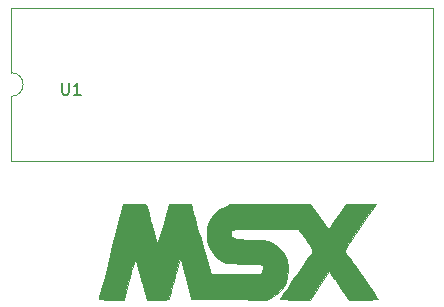
<source format=gbr>
G04 #@! TF.FileFunction,Legend,Top*
%FSLAX46Y46*%
G04 Gerber Fmt 4.6, Leading zero omitted, Abs format (unit mm)*
G04 Created by KiCad (PCBNEW 4.0.7) date 09/12/18 02:46:14*
%MOMM*%
%LPD*%
G01*
G04 APERTURE LIST*
%ADD10C,0.100000*%
%ADD11C,0.120000*%
%ADD12C,0.010000*%
%ADD13C,0.150000*%
G04 APERTURE END LIST*
D10*
D11*
X132147000Y-82312000D02*
G75*
G02X132147000Y-84312000I0J-1000000D01*
G01*
X132147000Y-84312000D02*
X132147000Y-89772000D01*
X132147000Y-89772000D02*
X167827000Y-89772000D01*
X167827000Y-89772000D02*
X167827000Y-76852000D01*
X167827000Y-76852000D02*
X132147000Y-76852000D01*
X132147000Y-76852000D02*
X132147000Y-82312000D01*
D12*
G36*
X147434026Y-93710476D02*
X147478120Y-93868870D01*
X147561849Y-94168013D01*
X147678969Y-94585656D01*
X147823233Y-95099550D01*
X147988398Y-95687445D01*
X148168218Y-96327090D01*
X148272484Y-96697800D01*
X149022736Y-99364800D01*
X151069710Y-99387478D01*
X151804341Y-99391651D01*
X152401503Y-99386593D01*
X152853134Y-99372545D01*
X153151173Y-99349749D01*
X153283275Y-99320999D01*
X153402221Y-99173999D01*
X153451702Y-98945861D01*
X153425065Y-98712699D01*
X153348267Y-98577400D01*
X153229759Y-98532788D01*
X152970926Y-98501362D01*
X152562526Y-98482456D01*
X151995316Y-98475406D01*
X151930100Y-98475327D01*
X151447753Y-98469559D01*
X151000980Y-98453995D01*
X150628453Y-98430722D01*
X150368842Y-98401825D01*
X150298172Y-98387271D01*
X149820407Y-98169103D01*
X149392907Y-97802120D01*
X149035197Y-97304027D01*
X148970066Y-97183043D01*
X148810736Y-96845682D01*
X148722656Y-96568870D01*
X148685652Y-96270624D01*
X148679326Y-96001464D01*
X148746721Y-95342556D01*
X148955524Y-94773585D01*
X149308996Y-94289602D01*
X149810398Y-93885663D01*
X150222373Y-93661243D01*
X150698200Y-93438133D01*
X154084867Y-93415827D01*
X157471534Y-93393522D01*
X158233534Y-94456096D01*
X158995534Y-95518669D01*
X159180713Y-95288016D01*
X159302990Y-95126547D01*
X159493981Y-94863782D01*
X159726264Y-94537819D01*
X159942713Y-94229433D01*
X160519534Y-93401503D01*
X161768367Y-93398651D01*
X162206392Y-93400588D01*
X162577277Y-93407827D01*
X162851510Y-93419349D01*
X162999580Y-93434134D01*
X163017200Y-93441793D01*
X162970061Y-93520104D01*
X162837016Y-93718084D01*
X162630625Y-94017641D01*
X162363447Y-94400682D01*
X162048043Y-94849115D01*
X161696971Y-95344846D01*
X161661242Y-95395120D01*
X161283038Y-95933531D01*
X160956484Y-96411185D01*
X160691578Y-96812612D01*
X160498321Y-97122340D01*
X160386711Y-97324897D01*
X160364023Y-97402294D01*
X160426503Y-97495117D01*
X160573735Y-97707604D01*
X160792704Y-98021161D01*
X161070393Y-98417198D01*
X161393784Y-98877121D01*
X161749860Y-99382339D01*
X161804648Y-99459976D01*
X162161300Y-99967077D01*
X162483805Y-100429085D01*
X162759802Y-100828013D01*
X162976931Y-101145875D01*
X163122831Y-101364684D01*
X163185143Y-101466455D01*
X163186534Y-101470809D01*
X163106847Y-101489598D01*
X162887691Y-101505455D01*
X162558922Y-101517086D01*
X162150397Y-101523193D01*
X161966299Y-101523800D01*
X160746064Y-101523799D01*
X160341737Y-100952300D01*
X160088115Y-100596731D01*
X159792541Y-100186643D01*
X159513838Y-99803602D01*
X159481543Y-99759542D01*
X159025675Y-99138285D01*
X158211893Y-100331042D01*
X157398110Y-101523800D01*
X156143655Y-101523800D01*
X155704577Y-101520915D01*
X155332573Y-101512971D01*
X155057092Y-101501032D01*
X154907580Y-101486164D01*
X154889200Y-101478426D01*
X154935808Y-101399949D01*
X155067404Y-101200984D01*
X155271642Y-100899612D01*
X155536178Y-100513909D01*
X155848670Y-100061956D01*
X156196772Y-99561831D01*
X156244956Y-99492847D01*
X156599858Y-98983069D01*
X156923370Y-98514786D01*
X157202566Y-98106995D01*
X157424521Y-97778693D01*
X157576310Y-97548877D01*
X157645008Y-97436545D01*
X157646903Y-97432268D01*
X157618897Y-97319360D01*
X157508014Y-97098293D01*
X157330497Y-96798200D01*
X157102592Y-96448210D01*
X157078060Y-96412181D01*
X156463026Y-95512466D01*
X153734827Y-95512466D01*
X152944573Y-95513071D01*
X152307218Y-95516564D01*
X151806326Y-95525462D01*
X151425464Y-95542282D01*
X151148197Y-95569542D01*
X150958090Y-95609757D01*
X150838708Y-95665445D01*
X150773618Y-95739124D01*
X150746385Y-95833310D01*
X150740573Y-95950521D01*
X150740533Y-95971058D01*
X150758867Y-96138416D01*
X150828312Y-96261634D01*
X150970533Y-96347198D01*
X151207193Y-96401594D01*
X151559959Y-96431308D01*
X152050493Y-96442825D01*
X152319618Y-96443799D01*
X152948703Y-96452183D01*
X153440931Y-96482594D01*
X153828188Y-96542921D01*
X154142361Y-96641055D01*
X154415334Y-96784884D01*
X154678993Y-96982298D01*
X154752750Y-97045836D01*
X155185958Y-97531196D01*
X155467364Y-98091348D01*
X155597337Y-98727130D01*
X155607115Y-98983800D01*
X155528352Y-99651926D01*
X155301910Y-100247873D01*
X154936775Y-100756989D01*
X154441931Y-101164625D01*
X154180124Y-101310660D01*
X153740196Y-101525897D01*
X150572180Y-101503682D01*
X147404163Y-101481466D01*
X146937975Y-99728229D01*
X146799658Y-99214492D01*
X146674820Y-98763029D01*
X146570139Y-98396999D01*
X146492294Y-98139564D01*
X146447962Y-98013883D01*
X146441240Y-98005537D01*
X146414039Y-98089228D01*
X146351211Y-98307338D01*
X146260691Y-98630653D01*
X146150413Y-99029961D01*
X146028312Y-99476046D01*
X145902323Y-99939695D01*
X145780382Y-100391693D01*
X145670422Y-100802826D01*
X145580379Y-101143880D01*
X145518187Y-101385641D01*
X145491782Y-101498894D01*
X145491392Y-101502633D01*
X145412354Y-101511156D01*
X145198244Y-101518038D01*
X144883323Y-101522498D01*
X144563867Y-101523800D01*
X143636534Y-101523800D01*
X143478572Y-100994633D01*
X143397165Y-100715048D01*
X143284803Y-100319815D01*
X143154944Y-99856695D01*
X143021043Y-99373446D01*
X142989577Y-99258966D01*
X142870642Y-98835842D01*
X142764560Y-98477717D01*
X142680199Y-98213080D01*
X142626429Y-98070421D01*
X142614372Y-98053603D01*
X142582316Y-98132345D01*
X142517780Y-98351824D01*
X142427189Y-98687974D01*
X142316968Y-99116728D01*
X142193543Y-99614019D01*
X142150960Y-99789270D01*
X141731720Y-101523800D01*
X140639068Y-101523800D01*
X140171743Y-101519942D01*
X139853833Y-101507047D01*
X139665565Y-101483131D01*
X139587169Y-101446210D01*
X139584282Y-101417966D01*
X139612062Y-101316896D01*
X139677072Y-101068034D01*
X139775122Y-100687779D01*
X139902018Y-100192529D01*
X140053568Y-99598680D01*
X140225582Y-98922632D01*
X140413866Y-98180781D01*
X140614229Y-97389526D01*
X140623223Y-97353966D01*
X141624299Y-93395800D01*
X142578377Y-93395800D01*
X142997703Y-93398713D01*
X143277370Y-93410388D01*
X143446997Y-93435228D01*
X143536201Y-93477635D01*
X143574601Y-93542011D01*
X143575174Y-93543966D01*
X143610379Y-93668899D01*
X143683158Y-93929204D01*
X143785762Y-94297097D01*
X143910444Y-94744793D01*
X144049456Y-95244510D01*
X144063083Y-95293524D01*
X144200816Y-95775642D01*
X144325682Y-96187633D01*
X144430298Y-96507158D01*
X144507287Y-96711878D01*
X144549266Y-96779453D01*
X144552586Y-96775190D01*
X144589170Y-96659847D01*
X144665041Y-96408868D01*
X144772176Y-96049207D01*
X144902551Y-95607818D01*
X145048143Y-95111654D01*
X145067107Y-95046800D01*
X145537314Y-93438133D01*
X146441567Y-93414143D01*
X147345819Y-93390152D01*
X147434026Y-93710476D01*
X147434026Y-93710476D01*
G37*
X147434026Y-93710476D02*
X147478120Y-93868870D01*
X147561849Y-94168013D01*
X147678969Y-94585656D01*
X147823233Y-95099550D01*
X147988398Y-95687445D01*
X148168218Y-96327090D01*
X148272484Y-96697800D01*
X149022736Y-99364800D01*
X151069710Y-99387478D01*
X151804341Y-99391651D01*
X152401503Y-99386593D01*
X152853134Y-99372545D01*
X153151173Y-99349749D01*
X153283275Y-99320999D01*
X153402221Y-99173999D01*
X153451702Y-98945861D01*
X153425065Y-98712699D01*
X153348267Y-98577400D01*
X153229759Y-98532788D01*
X152970926Y-98501362D01*
X152562526Y-98482456D01*
X151995316Y-98475406D01*
X151930100Y-98475327D01*
X151447753Y-98469559D01*
X151000980Y-98453995D01*
X150628453Y-98430722D01*
X150368842Y-98401825D01*
X150298172Y-98387271D01*
X149820407Y-98169103D01*
X149392907Y-97802120D01*
X149035197Y-97304027D01*
X148970066Y-97183043D01*
X148810736Y-96845682D01*
X148722656Y-96568870D01*
X148685652Y-96270624D01*
X148679326Y-96001464D01*
X148746721Y-95342556D01*
X148955524Y-94773585D01*
X149308996Y-94289602D01*
X149810398Y-93885663D01*
X150222373Y-93661243D01*
X150698200Y-93438133D01*
X154084867Y-93415827D01*
X157471534Y-93393522D01*
X158233534Y-94456096D01*
X158995534Y-95518669D01*
X159180713Y-95288016D01*
X159302990Y-95126547D01*
X159493981Y-94863782D01*
X159726264Y-94537819D01*
X159942713Y-94229433D01*
X160519534Y-93401503D01*
X161768367Y-93398651D01*
X162206392Y-93400588D01*
X162577277Y-93407827D01*
X162851510Y-93419349D01*
X162999580Y-93434134D01*
X163017200Y-93441793D01*
X162970061Y-93520104D01*
X162837016Y-93718084D01*
X162630625Y-94017641D01*
X162363447Y-94400682D01*
X162048043Y-94849115D01*
X161696971Y-95344846D01*
X161661242Y-95395120D01*
X161283038Y-95933531D01*
X160956484Y-96411185D01*
X160691578Y-96812612D01*
X160498321Y-97122340D01*
X160386711Y-97324897D01*
X160364023Y-97402294D01*
X160426503Y-97495117D01*
X160573735Y-97707604D01*
X160792704Y-98021161D01*
X161070393Y-98417198D01*
X161393784Y-98877121D01*
X161749860Y-99382339D01*
X161804648Y-99459976D01*
X162161300Y-99967077D01*
X162483805Y-100429085D01*
X162759802Y-100828013D01*
X162976931Y-101145875D01*
X163122831Y-101364684D01*
X163185143Y-101466455D01*
X163186534Y-101470809D01*
X163106847Y-101489598D01*
X162887691Y-101505455D01*
X162558922Y-101517086D01*
X162150397Y-101523193D01*
X161966299Y-101523800D01*
X160746064Y-101523799D01*
X160341737Y-100952300D01*
X160088115Y-100596731D01*
X159792541Y-100186643D01*
X159513838Y-99803602D01*
X159481543Y-99759542D01*
X159025675Y-99138285D01*
X158211893Y-100331042D01*
X157398110Y-101523800D01*
X156143655Y-101523800D01*
X155704577Y-101520915D01*
X155332573Y-101512971D01*
X155057092Y-101501032D01*
X154907580Y-101486164D01*
X154889200Y-101478426D01*
X154935808Y-101399949D01*
X155067404Y-101200984D01*
X155271642Y-100899612D01*
X155536178Y-100513909D01*
X155848670Y-100061956D01*
X156196772Y-99561831D01*
X156244956Y-99492847D01*
X156599858Y-98983069D01*
X156923370Y-98514786D01*
X157202566Y-98106995D01*
X157424521Y-97778693D01*
X157576310Y-97548877D01*
X157645008Y-97436545D01*
X157646903Y-97432268D01*
X157618897Y-97319360D01*
X157508014Y-97098293D01*
X157330497Y-96798200D01*
X157102592Y-96448210D01*
X157078060Y-96412181D01*
X156463026Y-95512466D01*
X153734827Y-95512466D01*
X152944573Y-95513071D01*
X152307218Y-95516564D01*
X151806326Y-95525462D01*
X151425464Y-95542282D01*
X151148197Y-95569542D01*
X150958090Y-95609757D01*
X150838708Y-95665445D01*
X150773618Y-95739124D01*
X150746385Y-95833310D01*
X150740573Y-95950521D01*
X150740533Y-95971058D01*
X150758867Y-96138416D01*
X150828312Y-96261634D01*
X150970533Y-96347198D01*
X151207193Y-96401594D01*
X151559959Y-96431308D01*
X152050493Y-96442825D01*
X152319618Y-96443799D01*
X152948703Y-96452183D01*
X153440931Y-96482594D01*
X153828188Y-96542921D01*
X154142361Y-96641055D01*
X154415334Y-96784884D01*
X154678993Y-96982298D01*
X154752750Y-97045836D01*
X155185958Y-97531196D01*
X155467364Y-98091348D01*
X155597337Y-98727130D01*
X155607115Y-98983800D01*
X155528352Y-99651926D01*
X155301910Y-100247873D01*
X154936775Y-100756989D01*
X154441931Y-101164625D01*
X154180124Y-101310660D01*
X153740196Y-101525897D01*
X150572180Y-101503682D01*
X147404163Y-101481466D01*
X146937975Y-99728229D01*
X146799658Y-99214492D01*
X146674820Y-98763029D01*
X146570139Y-98396999D01*
X146492294Y-98139564D01*
X146447962Y-98013883D01*
X146441240Y-98005537D01*
X146414039Y-98089228D01*
X146351211Y-98307338D01*
X146260691Y-98630653D01*
X146150413Y-99029961D01*
X146028312Y-99476046D01*
X145902323Y-99939695D01*
X145780382Y-100391693D01*
X145670422Y-100802826D01*
X145580379Y-101143880D01*
X145518187Y-101385641D01*
X145491782Y-101498894D01*
X145491392Y-101502633D01*
X145412354Y-101511156D01*
X145198244Y-101518038D01*
X144883323Y-101522498D01*
X144563867Y-101523800D01*
X143636534Y-101523800D01*
X143478572Y-100994633D01*
X143397165Y-100715048D01*
X143284803Y-100319815D01*
X143154944Y-99856695D01*
X143021043Y-99373446D01*
X142989577Y-99258966D01*
X142870642Y-98835842D01*
X142764560Y-98477717D01*
X142680199Y-98213080D01*
X142626429Y-98070421D01*
X142614372Y-98053603D01*
X142582316Y-98132345D01*
X142517780Y-98351824D01*
X142427189Y-98687974D01*
X142316968Y-99116728D01*
X142193543Y-99614019D01*
X142150960Y-99789270D01*
X141731720Y-101523800D01*
X140639068Y-101523800D01*
X140171743Y-101519942D01*
X139853833Y-101507047D01*
X139665565Y-101483131D01*
X139587169Y-101446210D01*
X139584282Y-101417966D01*
X139612062Y-101316896D01*
X139677072Y-101068034D01*
X139775122Y-100687779D01*
X139902018Y-100192529D01*
X140053568Y-99598680D01*
X140225582Y-98922632D01*
X140413866Y-98180781D01*
X140614229Y-97389526D01*
X140623223Y-97353966D01*
X141624299Y-93395800D01*
X142578377Y-93395800D01*
X142997703Y-93398713D01*
X143277370Y-93410388D01*
X143446997Y-93435228D01*
X143536201Y-93477635D01*
X143574601Y-93542011D01*
X143575174Y-93543966D01*
X143610379Y-93668899D01*
X143683158Y-93929204D01*
X143785762Y-94297097D01*
X143910444Y-94744793D01*
X144049456Y-95244510D01*
X144063083Y-95293524D01*
X144200816Y-95775642D01*
X144325682Y-96187633D01*
X144430298Y-96507158D01*
X144507287Y-96711878D01*
X144549266Y-96779453D01*
X144552586Y-96775190D01*
X144589170Y-96659847D01*
X144665041Y-96408868D01*
X144772176Y-96049207D01*
X144902551Y-95607818D01*
X145048143Y-95111654D01*
X145067107Y-95046800D01*
X145537314Y-93438133D01*
X146441567Y-93414143D01*
X147345819Y-93390152D01*
X147434026Y-93710476D01*
D13*
X136448895Y-83170781D02*
X136448895Y-83980305D01*
X136496514Y-84075543D01*
X136544133Y-84123162D01*
X136639371Y-84170781D01*
X136829848Y-84170781D01*
X136925086Y-84123162D01*
X136972705Y-84075543D01*
X137020324Y-83980305D01*
X137020324Y-83170781D01*
X138020324Y-84170781D02*
X137448895Y-84170781D01*
X137734609Y-84170781D02*
X137734609Y-83170781D01*
X137639371Y-83313638D01*
X137544133Y-83408876D01*
X137448895Y-83456495D01*
M02*

</source>
